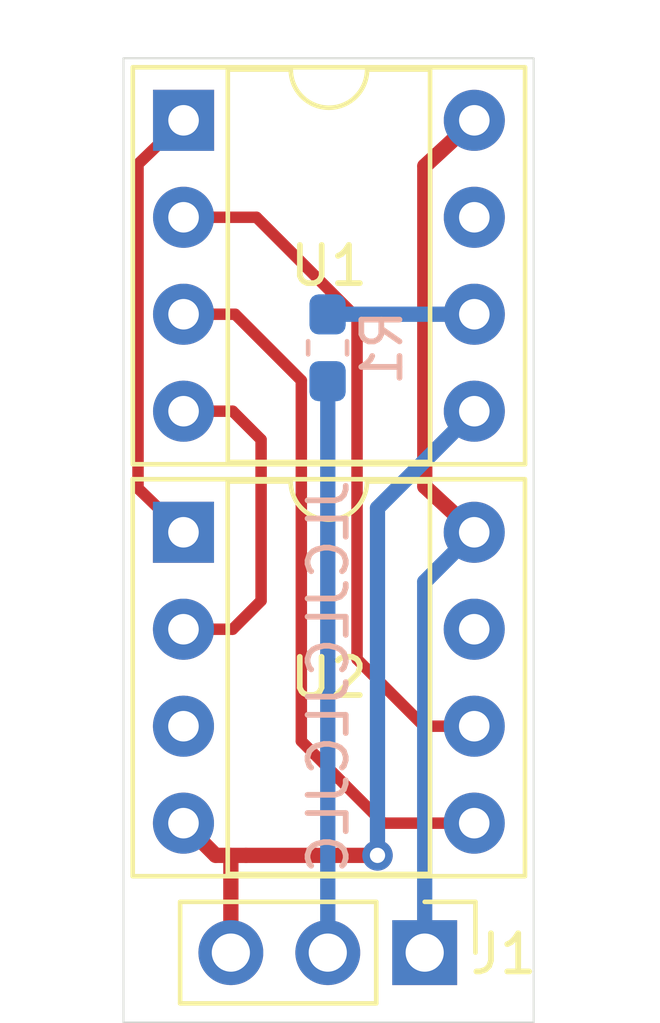
<source format=kicad_pcb>
(kicad_pcb (version 20171130) (host pcbnew "(5.1.9)-1")

  (general
    (thickness 1.6)
    (drawings 5)
    (tracks 36)
    (zones 0)
    (modules 4)
    (nets 12)
  )

  (page A3)
  (title_block
    (title SPI_to_MW_Adapter)
    (date 2021-07-05)
    (rev v1_3)
  )

  (layers
    (0 F.Cu signal)
    (31 B.Cu signal)
    (32 B.Adhes user)
    (33 F.Adhes user)
    (34 B.Paste user)
    (35 F.Paste user)
    (36 B.SilkS user)
    (37 F.SilkS user)
    (38 B.Mask user)
    (39 F.Mask user)
    (40 Dwgs.User user)
    (41 Cmts.User user)
    (42 Eco1.User user)
    (43 Eco2.User user)
    (44 Edge.Cuts user)
    (45 Margin user)
    (46 B.CrtYd user)
    (47 F.CrtYd user)
    (48 B.Fab user)
    (49 F.Fab user)
  )

  (setup
    (last_trace_width 0.3)
    (user_trace_width 0.3)
    (user_trace_width 0.4)
    (trace_clearance 0.2)
    (zone_clearance 0.508)
    (zone_45_only no)
    (trace_min 0.2)
    (via_size 0.8)
    (via_drill 0.4)
    (via_min_size 0.4)
    (via_min_drill 0.3)
    (uvia_size 0.3)
    (uvia_drill 0.1)
    (uvias_allowed no)
    (uvia_min_size 0.2)
    (uvia_min_drill 0.1)
    (edge_width 0.05)
    (segment_width 0.2)
    (pcb_text_width 0.3)
    (pcb_text_size 1.5 1.5)
    (mod_edge_width 0.12)
    (mod_text_size 1 1)
    (mod_text_width 0.15)
    (pad_size 1.524 1.524)
    (pad_drill 0.762)
    (pad_to_mask_clearance 0)
    (aux_axis_origin 0 0)
    (visible_elements 7FFFFFFF)
    (pcbplotparams
      (layerselection 0x010fc_ffffffff)
      (usegerberextensions false)
      (usegerberattributes true)
      (usegerberadvancedattributes true)
      (creategerberjobfile true)
      (excludeedgelayer true)
      (linewidth 0.100000)
      (plotframeref false)
      (viasonmask false)
      (mode 1)
      (useauxorigin false)
      (hpglpennumber 1)
      (hpglpenspeed 20)
      (hpglpendiameter 15.000000)
      (psnegative false)
      (psa4output false)
      (plotreference true)
      (plotvalue true)
      (plotinvisibletext false)
      (padsonsilk false)
      (subtractmaskfromsilk false)
      (outputformat 1)
      (mirror false)
      (drillshape 1)
      (scaleselection 1)
      (outputdirectory ""))
  )

  (net 0 "")
  (net 1 VCC)
  (net 2 "Net-(J1-Pad2)")
  (net 3 GND)
  (net 4 ORG)
  (net 5 RST)
  (net 6 SCK)
  (net 7 MOSI)
  (net 8 MISO)
  (net 9 "Net-(U1-Pad7)")
  (net 10 "Net-(U2-Pad3)")
  (net 11 "Net-(U2-Pad7)")

  (net_class Default "This is the default net class."
    (clearance 0.2)
    (trace_width 0.25)
    (via_dia 0.8)
    (via_drill 0.4)
    (uvia_dia 0.3)
    (uvia_drill 0.1)
    (add_net GND)
    (add_net MISO)
    (add_net MOSI)
    (add_net "Net-(J1-Pad2)")
    (add_net "Net-(U1-Pad7)")
    (add_net "Net-(U2-Pad3)")
    (add_net "Net-(U2-Pad7)")
    (add_net ORG)
    (add_net RST)
    (add_net SCK)
    (add_net VCC)
  )

  (module Package_DIP:DIP-8_W7.62mm_Socket (layer F.Cu) (tedit 5A02E8C5) (tstamp 60E33EC6)
    (at 204.65796 108.66628)
    (descr "8-lead though-hole mounted DIP package, row spacing 7.62 mm (300 mils), Socket")
    (tags "THT DIP DIL PDIP 2.54mm 7.62mm 300mil Socket")
    (path /60E49596)
    (fp_text reference U1 (at 3.81 3.81) (layer F.SilkS)
      (effects (font (size 1 1) (thickness 0.15)))
    )
    (fp_text value EEPROM-93C-SOIC-8 (at 3.83794 -2.30378) (layer F.Fab)
      (effects (font (size 1 1) (thickness 0.15)))
    )
    (fp_line (start 1.635 -1.27) (end 6.985 -1.27) (layer F.Fab) (width 0.1))
    (fp_line (start 6.985 -1.27) (end 6.985 8.89) (layer F.Fab) (width 0.1))
    (fp_line (start 6.985 8.89) (end 0.635 8.89) (layer F.Fab) (width 0.1))
    (fp_line (start 0.635 8.89) (end 0.635 -0.27) (layer F.Fab) (width 0.1))
    (fp_line (start 0.635 -0.27) (end 1.635 -1.27) (layer F.Fab) (width 0.1))
    (fp_line (start -1.27 -1.33) (end -1.27 8.95) (layer F.Fab) (width 0.1))
    (fp_line (start -1.27 8.95) (end 8.89 8.95) (layer F.Fab) (width 0.1))
    (fp_line (start 8.89 8.95) (end 8.89 -1.33) (layer F.Fab) (width 0.1))
    (fp_line (start 8.89 -1.33) (end -1.27 -1.33) (layer F.Fab) (width 0.1))
    (fp_line (start 2.81 -1.33) (end 1.16 -1.33) (layer F.SilkS) (width 0.12))
    (fp_line (start 1.16 -1.33) (end 1.16 8.95) (layer F.SilkS) (width 0.12))
    (fp_line (start 1.16 8.95) (end 6.46 8.95) (layer F.SilkS) (width 0.12))
    (fp_line (start 6.46 8.95) (end 6.46 -1.33) (layer F.SilkS) (width 0.12))
    (fp_line (start 6.46 -1.33) (end 4.81 -1.33) (layer F.SilkS) (width 0.12))
    (fp_line (start -1.33 -1.39) (end -1.33 9.01) (layer F.SilkS) (width 0.12))
    (fp_line (start -1.33 9.01) (end 8.95 9.01) (layer F.SilkS) (width 0.12))
    (fp_line (start 8.95 9.01) (end 8.95 -1.39) (layer F.SilkS) (width 0.12))
    (fp_line (start 8.95 -1.39) (end -1.33 -1.39) (layer F.SilkS) (width 0.12))
    (fp_line (start -1.55 -1.6) (end -1.55 9.2) (layer F.CrtYd) (width 0.05))
    (fp_line (start -1.55 9.2) (end 9.15 9.2) (layer F.CrtYd) (width 0.05))
    (fp_line (start 9.15 9.2) (end 9.15 -1.6) (layer F.CrtYd) (width 0.05))
    (fp_line (start 9.15 -1.6) (end -1.55 -1.6) (layer F.CrtYd) (width 0.05))
    (fp_text user %R (at 3.81 3.81) (layer F.Fab)
      (effects (font (size 1 1) (thickness 0.15)))
    )
    (fp_arc (start 3.81 -1.33) (end 2.81 -1.33) (angle -180) (layer F.SilkS) (width 0.12))
    (pad 8 thru_hole oval (at 7.62 0) (size 1.6 1.6) (drill 0.8) (layers *.Cu *.Mask)
      (net 1 VCC))
    (pad 4 thru_hole oval (at 0 7.62) (size 1.6 1.6) (drill 0.8) (layers *.Cu *.Mask)
      (net 8 MISO))
    (pad 7 thru_hole oval (at 7.62 2.54) (size 1.6 1.6) (drill 0.8) (layers *.Cu *.Mask)
      (net 9 "Net-(U1-Pad7)"))
    (pad 3 thru_hole oval (at 0 5.08) (size 1.6 1.6) (drill 0.8) (layers *.Cu *.Mask)
      (net 7 MOSI))
    (pad 6 thru_hole oval (at 7.62 5.08) (size 1.6 1.6) (drill 0.8) (layers *.Cu *.Mask)
      (net 4 ORG))
    (pad 2 thru_hole oval (at 0 2.54) (size 1.6 1.6) (drill 0.8) (layers *.Cu *.Mask)
      (net 6 SCK))
    (pad 5 thru_hole oval (at 7.62 7.62) (size 1.6 1.6) (drill 0.8) (layers *.Cu *.Mask)
      (net 3 GND))
    (pad 1 thru_hole rect (at 0 0) (size 1.6 1.6) (drill 0.8) (layers *.Cu *.Mask)
      (net 5 RST))
    (model ${KISYS3DMOD}/Package_DIP.3dshapes/DIP-8_W7.62mm_Socket.wrl
      (at (xyz 0 0 0))
      (scale (xyz 1 1 1))
      (rotate (xyz 0 0 0))
    )
  )

  (module Connector_PinHeader_2.54mm:PinHeader_1x03_P2.54mm_Vertical (layer F.Cu) (tedit 59FED5CC) (tstamp 60E33E96)
    (at 210.97748 130.46964 270)
    (descr "Through hole straight pin header, 1x03, 2.54mm pitch, single row")
    (tags "Through hole pin header THT 1x03 2.54mm single row")
    (path /60E4B40B)
    (fp_text reference J1 (at 0.0381 -2.0701 180) (layer F.SilkS)
      (effects (font (size 1 1) (thickness 0.15)))
    )
    (fp_text value Conn_01x03 (at 2.58064 2.58318 180) (layer F.Fab) hide
      (effects (font (size 1 1) (thickness 0.15)))
    )
    (fp_line (start -0.635 -1.27) (end 1.27 -1.27) (layer F.Fab) (width 0.1))
    (fp_line (start 1.27 -1.27) (end 1.27 6.35) (layer F.Fab) (width 0.1))
    (fp_line (start 1.27 6.35) (end -1.27 6.35) (layer F.Fab) (width 0.1))
    (fp_line (start -1.27 6.35) (end -1.27 -0.635) (layer F.Fab) (width 0.1))
    (fp_line (start -1.27 -0.635) (end -0.635 -1.27) (layer F.Fab) (width 0.1))
    (fp_line (start -1.33 6.41) (end 1.33 6.41) (layer F.SilkS) (width 0.12))
    (fp_line (start -1.33 1.27) (end -1.33 6.41) (layer F.SilkS) (width 0.12))
    (fp_line (start 1.33 1.27) (end 1.33 6.41) (layer F.SilkS) (width 0.12))
    (fp_line (start -1.33 1.27) (end 1.33 1.27) (layer F.SilkS) (width 0.12))
    (fp_line (start -1.33 0) (end -1.33 -1.33) (layer F.SilkS) (width 0.12))
    (fp_line (start -1.33 -1.33) (end 0 -1.33) (layer F.SilkS) (width 0.12))
    (fp_line (start -1.8 -1.8) (end -1.8 6.85) (layer F.CrtYd) (width 0.05))
    (fp_line (start -1.8 6.85) (end 1.8 6.85) (layer F.CrtYd) (width 0.05))
    (fp_line (start 1.8 6.85) (end 1.8 -1.8) (layer F.CrtYd) (width 0.05))
    (fp_line (start 1.8 -1.8) (end -1.8 -1.8) (layer F.CrtYd) (width 0.05))
    (fp_text user %R (at 0 2.54) (layer F.Fab)
      (effects (font (size 1 1) (thickness 0.15)))
    )
    (pad 1 thru_hole rect (at 0 0 270) (size 1.7 1.7) (drill 1) (layers *.Cu *.Mask)
      (net 1 VCC))
    (pad 2 thru_hole oval (at 0 2.54 270) (size 1.7 1.7) (drill 1) (layers *.Cu *.Mask)
      (net 2 "Net-(J1-Pad2)"))
    (pad 3 thru_hole oval (at 0 5.08 270) (size 1.7 1.7) (drill 1) (layers *.Cu *.Mask)
      (net 3 GND))
    (model ${KISYS3DMOD}/Connector_PinHeader_2.54mm.3dshapes/PinHeader_1x03_P2.54mm_Vertical.wrl
      (at (xyz 0 0 0))
      (scale (xyz 1 1 1))
      (rotate (xyz 0 0 0))
    )
  )

  (module Resistor_SMD:R_0603_1608Metric_Pad1.05x0.95mm_HandSolder (layer B.Cu) (tedit 5B301BBD) (tstamp 60E33EA7)
    (at 208.4324 114.62512 90)
    (descr "Resistor SMD 0603 (1608 Metric), square (rectangular) end terminal, IPC_7351 nominal with elongated pad for handsoldering. (Body size source: http://www.tortai-tech.com/upload/download/2011102023233369053.pdf), generated with kicad-footprint-generator")
    (tags "resistor handsolder")
    (path /60E495BF)
    (attr smd)
    (fp_text reference R1 (at 0 1.43 90) (layer B.SilkS)
      (effects (font (size 1 1) (thickness 0.15)) (justify mirror))
    )
    (fp_text value 4.7K (at 0 -1.43 90) (layer B.Fab)
      (effects (font (size 1 1) (thickness 0.15)) (justify mirror))
    )
    (fp_line (start -0.8 -0.4) (end -0.8 0.4) (layer B.Fab) (width 0.1))
    (fp_line (start -0.8 0.4) (end 0.8 0.4) (layer B.Fab) (width 0.1))
    (fp_line (start 0.8 0.4) (end 0.8 -0.4) (layer B.Fab) (width 0.1))
    (fp_line (start 0.8 -0.4) (end -0.8 -0.4) (layer B.Fab) (width 0.1))
    (fp_line (start -0.171267 0.51) (end 0.171267 0.51) (layer B.SilkS) (width 0.12))
    (fp_line (start -0.171267 -0.51) (end 0.171267 -0.51) (layer B.SilkS) (width 0.12))
    (fp_line (start -1.65 -0.73) (end -1.65 0.73) (layer B.CrtYd) (width 0.05))
    (fp_line (start -1.65 0.73) (end 1.65 0.73) (layer B.CrtYd) (width 0.05))
    (fp_line (start 1.65 0.73) (end 1.65 -0.73) (layer B.CrtYd) (width 0.05))
    (fp_line (start 1.65 -0.73) (end -1.65 -0.73) (layer B.CrtYd) (width 0.05))
    (fp_text user %R (at 0 0 90) (layer B.Fab)
      (effects (font (size 0.4 0.4) (thickness 0.06)) (justify mirror))
    )
    (pad 1 smd roundrect (at -0.875 0 90) (size 1.05 0.95) (layers B.Cu B.Paste B.Mask) (roundrect_rratio 0.25)
      (net 2 "Net-(J1-Pad2)"))
    (pad 2 smd roundrect (at 0.875 0 90) (size 1.05 0.95) (layers B.Cu B.Paste B.Mask) (roundrect_rratio 0.25)
      (net 4 ORG))
    (model ${KISYS3DMOD}/Resistor_SMD.3dshapes/R_0603_1608Metric.wrl
      (at (xyz 0 0 0))
      (scale (xyz 1 1 1))
      (rotate (xyz 0 0 0))
    )
  )

  (module Package_DIP:DIP-8_W7.62mm_Socket (layer F.Cu) (tedit 5A02E8C5) (tstamp 60E33EEA)
    (at 204.655621 119.458141)
    (descr "8-lead though-hole mounted DIP package, row spacing 7.62 mm (300 mils), Socket")
    (tags "THT DIP DIL PDIP 2.54mm 7.62mm 300mil Socket")
    (path /60E49590)
    (fp_text reference U2 (at 3.81 3.808059) (layer F.SilkS)
      (effects (font (size 1 1) (thickness 0.15)))
    )
    (fp_text value SPI-25-SOIC-8 (at 3.81 9.95) (layer F.Fab) hide
      (effects (font (size 1 1) (thickness 0.15)))
    )
    (fp_line (start 1.635 -1.27) (end 6.985 -1.27) (layer F.Fab) (width 0.1))
    (fp_line (start 6.985 -1.27) (end 6.985 8.89) (layer F.Fab) (width 0.1))
    (fp_line (start 6.985 8.89) (end 0.635 8.89) (layer F.Fab) (width 0.1))
    (fp_line (start 0.635 8.89) (end 0.635 -0.27) (layer F.Fab) (width 0.1))
    (fp_line (start 0.635 -0.27) (end 1.635 -1.27) (layer F.Fab) (width 0.1))
    (fp_line (start -1.27 -1.33) (end -1.27 8.95) (layer F.Fab) (width 0.1))
    (fp_line (start -1.27 8.95) (end 8.89 8.95) (layer F.Fab) (width 0.1))
    (fp_line (start 8.89 8.95) (end 8.89 -1.33) (layer F.Fab) (width 0.1))
    (fp_line (start 8.89 -1.33) (end -1.27 -1.33) (layer F.Fab) (width 0.1))
    (fp_line (start 2.81 -1.33) (end 1.16 -1.33) (layer F.SilkS) (width 0.12))
    (fp_line (start 1.16 -1.33) (end 1.16 8.95) (layer F.SilkS) (width 0.12))
    (fp_line (start 1.16 8.95) (end 6.46 8.95) (layer F.SilkS) (width 0.12))
    (fp_line (start 6.46 8.95) (end 6.46 -1.33) (layer F.SilkS) (width 0.12))
    (fp_line (start 6.46 -1.33) (end 4.81 -1.33) (layer F.SilkS) (width 0.12))
    (fp_line (start -1.33 -1.39) (end -1.33 9.01) (layer F.SilkS) (width 0.12))
    (fp_line (start -1.33 9.01) (end 8.95 9.01) (layer F.SilkS) (width 0.12))
    (fp_line (start 8.95 9.01) (end 8.95 -1.39) (layer F.SilkS) (width 0.12))
    (fp_line (start 8.95 -1.39) (end -1.33 -1.39) (layer F.SilkS) (width 0.12))
    (fp_line (start -1.55 -1.6) (end -1.55 9.2) (layer F.CrtYd) (width 0.05))
    (fp_line (start -1.55 9.2) (end 9.15 9.2) (layer F.CrtYd) (width 0.05))
    (fp_line (start 9.15 9.2) (end 9.15 -1.6) (layer F.CrtYd) (width 0.05))
    (fp_line (start 9.15 -1.6) (end -1.55 -1.6) (layer F.CrtYd) (width 0.05))
    (fp_arc (start 3.81 -1.33) (end 2.81 -1.33) (angle -180) (layer F.SilkS) (width 0.12))
    (fp_text user %R (at 3.81 3.81) (layer F.Fab)
      (effects (font (size 1 1) (thickness 0.15)))
    )
    (pad 1 thru_hole rect (at 0 0) (size 1.6 1.6) (drill 0.8) (layers *.Cu *.Mask)
      (net 5 RST))
    (pad 5 thru_hole oval (at 7.62 7.62) (size 1.6 1.6) (drill 0.8) (layers *.Cu *.Mask)
      (net 7 MOSI))
    (pad 2 thru_hole oval (at 0 2.54) (size 1.6 1.6) (drill 0.8) (layers *.Cu *.Mask)
      (net 8 MISO))
    (pad 6 thru_hole oval (at 7.62 5.08) (size 1.6 1.6) (drill 0.8) (layers *.Cu *.Mask)
      (net 6 SCK))
    (pad 3 thru_hole oval (at 0 5.08) (size 1.6 1.6) (drill 0.8) (layers *.Cu *.Mask)
      (net 10 "Net-(U2-Pad3)"))
    (pad 7 thru_hole oval (at 7.62 2.54) (size 1.6 1.6) (drill 0.8) (layers *.Cu *.Mask)
      (net 11 "Net-(U2-Pad7)"))
    (pad 4 thru_hole oval (at 0 7.62) (size 1.6 1.6) (drill 0.8) (layers *.Cu *.Mask)
      (net 3 GND))
    (pad 8 thru_hole oval (at 7.62 0) (size 1.6 1.6) (drill 0.8) (layers *.Cu *.Mask)
      (net 1 VCC))
    (model ${KISYS3DMOD}/Package_DIP.3dshapes/DIP-8_W7.62mm_Socket.wrl
      (at (xyz 0 0 0))
      (scale (xyz 1 1 1))
      (rotate (xyz 0 0 0))
    )
  )

  (gr_text JLCJLCJLCJLC (at 208.45272 123.2408 90) (layer B.SilkS)
    (effects (font (size 1 1) (thickness 0.15)) (justify mirror))
  )
  (gr_line (start 203.08316 132.30098) (end 213.83244 132.30098) (layer Edge.Cuts) (width 0.05) (tstamp 60E42777))
  (gr_line (start 203.08316 107.04068) (end 203.08316 132.30098) (layer Edge.Cuts) (width 0.05))
  (gr_line (start 213.83244 107.04068) (end 213.83244 132.30098) (layer Edge.Cuts) (width 0.05))
  (gr_line (start 203.08316 107.04068) (end 213.83244 107.04068) (layer Edge.Cuts) (width 0.05))

  (segment (start 210.98002 109.86516) (end 210.98002 118.259358) (width 0.4) (layer F.Cu) (net 1) (tstamp 60E428DF))
  (segment (start 210.97748 120.756282) (end 212.275621 119.458141) (width 0.4) (layer B.Cu) (net 1))
  (segment (start 210.97748 130.46964) (end 210.97748 120.756282) (width 0.4) (layer B.Cu) (net 1))
  (segment (start 210.98002 118.259358) (end 212.275621 119.458141) (width 0.4) (layer F.Cu) (net 1))
  (segment (start 212.27796 108.66628) (end 210.98002 109.86516) (width 0.4) (layer F.Cu) (net 1))
  (segment (start 208.43748 115.5052) (end 208.4324 115.50012) (width 0.3) (layer B.Cu) (net 2))
  (segment (start 208.43748 130.46964) (end 208.43748 115.5052) (width 0.4) (layer B.Cu) (net 2))
  (segment (start 212.27796 116.28628) (end 209.7405 118.82374) (width 0.4) (layer B.Cu) (net 3))
  (via (at 209.7405 127.92202) (size 0.8) (drill 0.4) (layers F.Cu B.Cu) (net 3))
  (segment (start 209.7405 118.82374) (end 209.7405 127.92202) (width 0.4) (layer B.Cu) (net 3))
  (segment (start 209.7405 127.92202) (end 206.29546 127.92202) (width 0.4) (layer F.Cu) (net 3))
  (segment (start 204.655621 127.078141) (end 205.4995 127.92202) (width 0.4) (layer F.Cu) (net 3))
  (segment (start 205.89748 127.94742) (end 205.87208 127.92202) (width 0.4) (layer F.Cu) (net 3))
  (segment (start 205.87208 127.92202) (end 206.29546 127.92202) (width 0.4) (layer F.Cu) (net 3))
  (segment (start 205.89748 130.46964) (end 205.89748 127.94742) (width 0.4) (layer F.Cu) (net 3))
  (segment (start 205.4995 127.92202) (end 205.87208 127.92202) (width 0.4) (layer F.Cu) (net 3))
  (segment (start 208.43624 113.74628) (end 208.4324 113.75012) (width 0.3) (layer B.Cu) (net 4))
  (segment (start 212.27796 113.74628) (end 208.43624 113.74628) (width 0.4) (layer B.Cu) (net 4))
  (segment (start 203.46416 118.308558) (end 203.46416 109.81436) (width 0.3) (layer F.Cu) (net 5) (tstamp 60E429A7))
  (segment (start 203.46416 109.81436) (end 204.65796 108.66628) (width 0.3) (layer F.Cu) (net 5))
  (segment (start 203.46416 118.308558) (end 204.655621 119.458141) (width 0.3) (layer F.Cu) (net 5))
  (segment (start 204.65796 111.20628) (end 206.56804 111.20628) (width 0.3) (layer F.Cu) (net 6))
  (segment (start 206.56804 111.20628) (end 209.20456 113.8428) (width 0.3) (layer F.Cu) (net 6))
  (segment (start 209.20456 113.8428) (end 209.20456 122.7836) (width 0.3) (layer F.Cu) (net 6))
  (segment (start 210.959101 124.538141) (end 212.275621 124.538141) (width 0.3) (layer F.Cu) (net 6))
  (segment (start 209.20456 122.7836) (end 210.959101 124.538141) (width 0.3) (layer F.Cu) (net 6))
  (segment (start 204.65796 113.74628) (end 206.00924 113.74628) (width 0.3) (layer F.Cu) (net 7))
  (segment (start 206.00924 113.74628) (end 207.74406 115.4811) (width 0.3) (layer F.Cu) (net 7))
  (segment (start 207.74406 115.4811) (end 207.74406 124.9299) (width 0.3) (layer F.Cu) (net 7))
  (segment (start 209.892301 127.078141) (end 212.275621 127.078141) (width 0.3) (layer F.Cu) (net 7))
  (segment (start 207.74406 124.9299) (end 209.892301 127.078141) (width 0.3) (layer F.Cu) (net 7))
  (segment (start 204.65796 116.28628) (end 205.94574 116.28628) (width 0.3) (layer F.Cu) (net 8))
  (segment (start 205.94574 116.28628) (end 206.68996 117.0305) (width 0.3) (layer F.Cu) (net 8))
  (segment (start 204.655621 121.998141) (end 205.943799 121.998141) (width 0.3) (layer F.Cu) (net 8))
  (segment (start 206.68996 121.25198) (end 206.68996 117.0305) (width 0.3) (layer F.Cu) (net 8))
  (segment (start 205.943799 121.998141) (end 206.68996 121.25198) (width 0.3) (layer F.Cu) (net 8))

)

</source>
